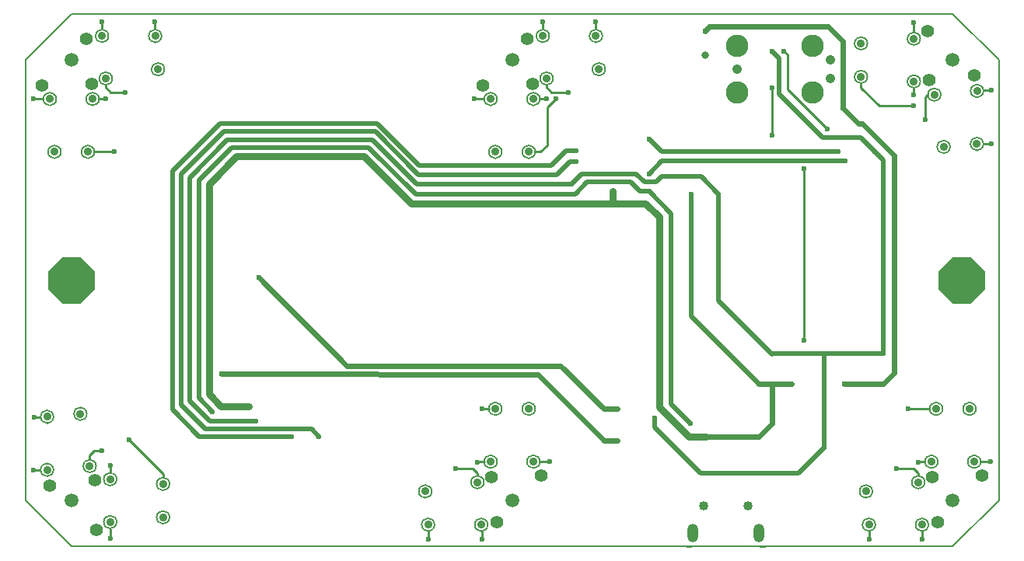
<source format=gtl>
G04*
G04 #@! TF.GenerationSoftware,Altium Limited,Altium Designer,19.0.10 (269)*
G04*
G04 Layer_Physical_Order=1*
G04 Layer_Color=255*
%FSLAX44Y44*%
%MOMM*%
G71*
G01*
G75*
%ADD12C,0.2000*%
%ADD13C,0.2000*%
%ADD14C,1.4000*%
%ADD16C,1.5000*%
%ADD17C,2.4511*%
%ADD18C,1.0668*%
%ADD19C,0.8000*%
%ADD20C,0.6000*%
%ADD21C,0.5000*%
%ADD22C,0.7500*%
%ADD23C,0.2500*%
%ADD24C,0.8800*%
%ADD25O,1.2000X2.0000*%
%ADD26C,1.0160*%
%ADD27P,5.4120X8X22.5*%
%ADD28C,0.6000*%
D12*
X922440Y60000D02*
G03*
X922440Y60000I-7000J0D01*
G01*
X925610Y23730D02*
G03*
X925610Y23730I-7000J0D01*
G01*
X979350Y70090D02*
G03*
X979350Y70090I-7000J0D01*
G01*
X983410Y23670D02*
G03*
X983410Y23670I-7000J0D01*
G01*
X993700Y92420D02*
G03*
X993700Y92420I-7000J0D01*
G01*
X998800Y150000D02*
G03*
X998800Y150000I-7000J0D01*
G01*
X1035200D02*
G03*
X1035200Y150000I-7000J0D01*
G01*
X1040300Y92420D02*
G03*
X1040300Y92420I-7000J0D01*
G01*
X1007000Y435440D02*
G03*
X1007000Y435440I-7000J0D01*
G01*
X1043270Y438610D02*
G03*
X1043270Y438610I-7000J0D01*
G01*
X996910Y492350D02*
G03*
X996910Y492350I-7000J0D01*
G01*
X1043330Y496410D02*
G03*
X1043330Y496410I-7000J0D01*
G01*
X974580Y506700D02*
G03*
X974580Y506700I-7000J0D01*
G01*
X917000Y511800D02*
G03*
X917000Y511800I-7000J0D01*
G01*
Y548200D02*
G03*
X917000Y548200I-7000J0D01*
G01*
X974580Y553300D02*
G03*
X974580Y553300I-7000J0D01*
G01*
X631560Y520000D02*
G03*
X631560Y520000I-7000J0D01*
G01*
X628390Y556270D02*
G03*
X628390Y556270I-7000J0D01*
G01*
X574650Y509910D02*
G03*
X574650Y509910I-7000J0D01*
G01*
X570590Y556330D02*
G03*
X570590Y556330I-7000J0D01*
G01*
X560300Y487580D02*
G03*
X560300Y487580I-7000J0D01*
G01*
X555200Y430000D02*
G03*
X555200Y430000I-7000J0D01*
G01*
X518800D02*
G03*
X518800Y430000I-7000J0D01*
G01*
X513700Y487580D02*
G03*
X513700Y487580I-7000J0D01*
G01*
X442440Y60000D02*
G03*
X442440Y60000I-7000J0D01*
G01*
X445610Y23730D02*
G03*
X445610Y23730I-7000J0D01*
G01*
X499350Y70090D02*
G03*
X499350Y70090I-7000J0D01*
G01*
X503410Y23670D02*
G03*
X503410Y23670I-7000J0D01*
G01*
X513700Y92420D02*
G03*
X513700Y92420I-7000J0D01*
G01*
X518800Y150000D02*
G03*
X518800Y150000I-7000J0D01*
G01*
X555200D02*
G03*
X555200Y150000I-7000J0D01*
G01*
X560300Y92420D02*
G03*
X560300Y92420I-7000J0D01*
G01*
X151560Y520000D02*
G03*
X151560Y520000I-7000J0D01*
G01*
X148390Y556270D02*
G03*
X148390Y556270I-7000J0D01*
G01*
X94650Y509910D02*
G03*
X94650Y509910I-7000J0D01*
G01*
X90590Y556330D02*
G03*
X90590Y556330I-7000J0D01*
G01*
X80300Y487580D02*
G03*
X80300Y487580I-7000J0D01*
G01*
X75200Y430000D02*
G03*
X75200Y430000I-7000J0D01*
G01*
X38800D02*
G03*
X38800Y430000I-7000J0D01*
G01*
X33700Y487580D02*
G03*
X33700Y487580I-7000J0D01*
G01*
X67000Y144560D02*
G03*
X67000Y144560I-7000J0D01*
G01*
X30730Y141390D02*
G03*
X30730Y141390I-7000J0D01*
G01*
X77090Y87650D02*
G03*
X77090Y87650I-7000J0D01*
G01*
X30670Y83590D02*
G03*
X30670Y83590I-7000J0D01*
G01*
X99420Y73300D02*
G03*
X99420Y73300I-7000J0D01*
G01*
X157000Y68200D02*
G03*
X157000Y68200I-7000J0D01*
G01*
Y31800D02*
G03*
X157000Y31800I-7000J0D01*
G01*
X99420Y26700D02*
G03*
X99420Y26700I-7000J0D01*
G01*
X50000Y0D02*
X1010000D01*
X1060000Y50000D01*
Y530000D01*
X1010000Y580000D02*
X1060000Y530000D01*
X50000Y580000D02*
X1010000D01*
X0Y50000D02*
Y530000D01*
Y50000D02*
X50000Y0D01*
X0Y530000D02*
X50000Y580000D01*
X720500Y-250D02*
X725500D01*
X800500D02*
X805750D01*
D13*
X922440Y60000D02*
D03*
X925610Y23730D02*
D03*
X979350Y70090D02*
D03*
X983410Y23670D02*
D03*
X993700Y92420D02*
D03*
X998800Y150000D02*
D03*
X1035200D02*
D03*
X1040300Y92420D02*
D03*
X1000000Y442440D02*
D03*
X1036270Y445610D02*
D03*
X989910Y499350D02*
D03*
X1036330Y503410D02*
D03*
X967580Y513700D02*
D03*
X910000Y518800D02*
D03*
Y555200D02*
D03*
X967580Y560300D02*
D03*
X617560Y520000D02*
D03*
X614390Y556270D02*
D03*
X560650Y509910D02*
D03*
X556590Y556330D02*
D03*
X546300Y487580D02*
D03*
X541200Y430000D02*
D03*
X504800D02*
D03*
X499700Y487580D02*
D03*
X442440Y60000D02*
D03*
X445610Y23730D02*
D03*
X499350Y70090D02*
D03*
X503410Y23670D02*
D03*
X513700Y92420D02*
D03*
X518800Y150000D02*
D03*
X555200D02*
D03*
X560300Y92420D02*
D03*
X137560Y520000D02*
D03*
X134390Y556270D02*
D03*
X80650Y509910D02*
D03*
X76590Y556330D02*
D03*
X66300Y487580D02*
D03*
X61200Y430000D02*
D03*
X24800D02*
D03*
X19700Y487580D02*
D03*
X60000Y137560D02*
D03*
X23730Y134390D02*
D03*
X70090Y80650D02*
D03*
X23670Y76590D02*
D03*
X92420Y66300D02*
D03*
X150000Y61200D02*
D03*
Y24800D02*
D03*
X92420Y19700D02*
D03*
D14*
X993630Y26560D02*
D03*
X1041820Y77580D02*
D03*
X987930Y75960D02*
D03*
X1033440Y513630D02*
D03*
X982420Y561820D02*
D03*
X984040Y507930D02*
D03*
X546370Y553440D02*
D03*
X498180Y502420D02*
D03*
X552070Y504040D02*
D03*
X513630Y26560D02*
D03*
X561820Y77580D02*
D03*
X507930Y75960D02*
D03*
X66370Y553440D02*
D03*
X18180Y502420D02*
D03*
X72070Y504040D02*
D03*
X26560Y66370D02*
D03*
X77580Y18180D02*
D03*
X75960Y72070D02*
D03*
D16*
X1010000Y50000D02*
D03*
Y530000D02*
D03*
X530000D02*
D03*
Y50000D02*
D03*
X50000Y530000D02*
D03*
Y50000D02*
D03*
D17*
X857550Y494600D02*
D03*
Y545400D02*
D03*
X775000D02*
D03*
Y494600D02*
D03*
D18*
X876600Y509850D02*
D03*
Y530150D02*
D03*
X775000Y520000D02*
D03*
D19*
X740000Y535029D02*
D03*
D20*
X874369Y566451D02*
X890000Y550820D01*
X744451Y566451D02*
X874369D01*
X740000Y562000D02*
X744451Y566451D01*
X907000Y461000D02*
X911000D01*
X890000Y478000D02*
X907000Y461000D01*
X799000Y177000D02*
X834000D01*
X799000Y120000D02*
X812999Y133999D01*
X741000Y120000D02*
X799000D01*
X812999Y133999D02*
Y140001D01*
X890000Y478000D02*
Y550820D01*
X946000Y189000D02*
Y426000D01*
X911000Y461000D02*
X946000Y426000D01*
X557945Y187055D02*
X630000Y115000D01*
X214100Y188000D02*
X557945Y187055D01*
X630000Y115000D02*
X645000D01*
X350000Y197000D02*
X582999Y197000D01*
X254000Y293000D02*
X350000Y197000D01*
X812999Y140001D02*
Y176999D01*
X582999Y197000D02*
X630000Y149999D01*
X934000Y177000D02*
X946000Y189000D01*
X892000Y177000D02*
X934000D01*
X892000Y177000D02*
X892000Y177000D01*
X630000Y149999D02*
X645000D01*
D21*
X679000Y387000D02*
X703000Y363000D01*
Y155390D02*
Y363000D01*
Y155390D02*
X724000Y134390D01*
X755000Y267617D02*
X812809Y209809D01*
X813000Y540000D02*
X821000Y532000D01*
Y493000D02*
Y532000D01*
Y493000D02*
X868500Y445500D01*
X909500D01*
X725000Y270000D02*
Y384000D01*
Y251000D02*
Y270000D01*
Y251000D02*
X799000Y177000D01*
X736000Y403000D02*
X755000Y384000D01*
X693030Y403000D02*
X736000D01*
X687000Y396970D02*
X693030Y403000D01*
X674030Y396970D02*
X687000D01*
X665014Y405986D02*
X674030Y396970D01*
X842001Y80001D02*
X870000Y108000D01*
X734999Y80001D02*
X842001D01*
X685000Y130000D02*
X734999Y80001D01*
X685000Y130000D02*
Y140000D01*
X160000Y409000D02*
X212000Y461000D01*
X383000D02*
X429000Y415000D01*
X212000Y461000D02*
X290000D01*
X383000D01*
X225000Y435000D02*
X362000D01*
X188997Y398997D02*
X225000Y435000D01*
X188997Y162003D02*
Y398997D01*
X220000Y443000D02*
X312000D01*
X179000Y402000D02*
X220000Y443000D01*
X179000Y159000D02*
Y402000D01*
X216000Y452000D02*
X260000D01*
X170000Y406000D02*
X216000Y452000D01*
X170000Y154000D02*
Y406000D01*
X160000Y149000D02*
Y409000D01*
X605986Y405986D02*
X665014D01*
X188997Y162003D02*
X204000Y147000D01*
X179000Y159000D02*
X201000Y137000D01*
X170000Y154000D02*
X196000Y128000D01*
X160000Y149000D02*
X189000Y120000D01*
X312000Y128000D02*
X320000Y120000D01*
X196000Y128000D02*
X312000D01*
X201000Y137000D02*
X251000D01*
X909500Y445500D02*
X925000Y430000D01*
X755000Y267617D02*
Y270000D01*
X669002Y387000D02*
X679000D01*
X659002Y397000D02*
X669002Y387000D01*
X612000Y397000D02*
X659002D01*
X599000Y384000D02*
X612000Y397000D01*
X425000Y384000D02*
X599000D01*
X595000Y395000D02*
X605986Y405986D01*
X426000Y395000D02*
X595000D01*
X362000Y435000D02*
X374000D01*
X425000Y384000D01*
X312005Y442995D02*
X378005D01*
X312000Y443000D02*
X312005Y442995D01*
X378005D02*
X426000Y395000D01*
X870000Y108000D02*
Y210000D01*
X934000D01*
X813000D02*
X870000D01*
X428000Y405000D02*
X578650D01*
X381000Y452000D02*
X428000Y405000D01*
X260000Y452000D02*
X381000D01*
X934000Y210000D02*
Y421000D01*
X925000Y430000D02*
X934000Y421000D01*
X588676Y431000D02*
X600000D01*
X572676Y415000D02*
X588676Y431000D01*
X592650Y419000D02*
X600000D01*
X578650Y405000D02*
X592650Y419000D01*
X892965Y419966D02*
X893000Y420000D01*
X692965Y419966D02*
X892965Y419966D01*
X679000Y406000D02*
X692965Y419966D01*
X693000Y430000D02*
X885000Y430000D01*
X679000Y444000D02*
X693000Y430000D01*
X755000Y270000D02*
Y384000D01*
X812809Y209809D02*
X813000Y210000D01*
X189000Y120000D02*
X290000D01*
X429000Y415000D02*
X572676D01*
D22*
X690000Y190000D02*
Y359500D01*
X675500Y374000D02*
X690000Y359500D01*
X640000Y374000D02*
X675500D01*
X722250Y120000D02*
X741000D01*
X690000Y152250D02*
X722250Y120000D01*
X690000Y152250D02*
Y190000D01*
X230000Y425000D02*
X230000D01*
X369000D01*
X420000Y374000D01*
X200000Y395000D02*
X230000Y425000D01*
X200000Y166000D02*
Y395000D01*
X213000Y153000D02*
X243000D01*
X200000Y166000D02*
X213000Y153000D01*
X420000Y374000D02*
X640000D01*
Y387002D01*
D23*
X825800Y540000D02*
X830000Y535800D01*
Y498000D02*
Y535800D01*
Y498000D02*
X873000Y455000D01*
X150000Y75410D02*
Y79000D01*
X113000Y116000D02*
X150000Y79000D01*
X813000Y448000D02*
Y500000D01*
X977000Y8000D02*
Y15947D01*
X961001Y150000D02*
X984590D01*
X1041000Y92420D02*
X1050874D01*
X919000Y8000D02*
Y15963D01*
X1050874Y92420D02*
X1050875Y92420D01*
X972000Y92000D02*
X972420Y92420D01*
X967000Y85000D02*
X972350Y79650D01*
X961000Y150000D02*
X961001Y150000D01*
X972420Y92420D02*
X979550D01*
X972350Y77696D02*
Y79650D01*
X949000Y85000D02*
X967000D01*
X1050875Y92420D02*
X1051000D01*
X93000Y495000D02*
X109000D01*
X97000Y430000D02*
X97000Y430000D01*
X75410Y430000D02*
X97000D01*
X930000Y480000D02*
X967000D01*
X910000Y500000D02*
X930000Y480000D01*
X910000Y500000D02*
Y504040D01*
X568500Y478500D02*
X578000Y488000D01*
X568500Y437500D02*
Y478500D01*
X561000Y430000D02*
X568500Y437500D01*
X848000Y225000D02*
Y412000D01*
X555410Y430000D02*
X561000D01*
X497001Y149999D02*
X504590D01*
X497000Y150000D02*
X497001Y149999D01*
X980000Y490046D02*
X982304Y492350D01*
X980000Y465000D02*
Y490046D01*
X967000Y492000D02*
X967580Y492580D01*
Y499550D01*
X1044037Y439000D02*
X1052000D01*
X1044053Y497000D02*
X1052000D01*
X967580Y561000D02*
Y570874D01*
X967580Y570875D02*
Y571000D01*
X967580Y570874D02*
X967580Y570875D01*
X469000Y85000D02*
X487000D01*
X439000Y8000D02*
Y15963D01*
X497000Y8000D02*
Y15947D01*
X492350Y77696D02*
Y79650D01*
X492420Y92420D02*
X499550D01*
X492000Y92000D02*
X492420Y92420D01*
X561000Y92420D02*
X570874D01*
X487000Y85000D02*
X492350Y79650D01*
X570875Y92420D02*
X571000D01*
X570874Y92420D02*
X570875Y92420D01*
X489125Y487580D02*
X489126Y487580D01*
X489000Y487580D02*
X489125D01*
X567650Y500350D02*
X573000Y495000D01*
X489126Y487580D02*
X499000D01*
X567580Y487580D02*
X568000Y488000D01*
X560450Y487580D02*
X567580D01*
X567650Y500350D02*
Y502304D01*
X563000Y564053D02*
Y572000D01*
X621000Y564037D02*
Y572000D01*
X573000Y495000D02*
X591000D01*
X74997Y104000D02*
X83000D01*
X83000Y104000D01*
X70090Y99093D02*
X74997Y104000D01*
X70090Y95000D02*
Y99093D01*
X93000Y80850D02*
Y88000D01*
X141000Y564037D02*
Y572000D01*
X83000Y564053D02*
Y572000D01*
X87650Y500350D02*
Y502304D01*
X80450Y487580D02*
X87580D01*
X88000Y488000D01*
X9125Y487580D02*
X19000D01*
X92420Y9125D02*
Y19000D01*
X87650Y500350D02*
X93000Y495000D01*
X9000Y487580D02*
X9125D01*
X9125Y487580D01*
X92420Y9125D02*
X92420Y9125D01*
X92420Y9000D02*
Y9125D01*
X10000Y141000D02*
X16000D01*
X9000Y83000D02*
X16000D01*
D24*
X915440Y60000D02*
D03*
X918610Y23730D02*
D03*
X972350Y70090D02*
D03*
X976410Y23670D02*
D03*
X986700Y92420D02*
D03*
X991800Y150000D02*
D03*
X1028200D02*
D03*
X1033300Y92420D02*
D03*
X1000000Y435440D02*
D03*
X1036270Y438610D02*
D03*
X989910Y492350D02*
D03*
X1036330Y496410D02*
D03*
X967580Y506700D02*
D03*
X910000Y511800D02*
D03*
Y548200D02*
D03*
X967580Y553300D02*
D03*
X624560Y520000D02*
D03*
X621390Y556270D02*
D03*
X567650Y509910D02*
D03*
X563590Y556330D02*
D03*
X553300Y487580D02*
D03*
X548200Y430000D02*
D03*
X511800D02*
D03*
X506700Y487580D02*
D03*
X435440Y60000D02*
D03*
X438610Y23730D02*
D03*
X492350Y70090D02*
D03*
X496410Y23670D02*
D03*
X506700Y92420D02*
D03*
X511800Y150000D02*
D03*
X548200D02*
D03*
X553300Y92420D02*
D03*
X144560Y520000D02*
D03*
X141390Y556270D02*
D03*
X87650Y509910D02*
D03*
X83590Y556330D02*
D03*
X73300Y487580D02*
D03*
X68200Y430000D02*
D03*
X31800D02*
D03*
X26700Y487580D02*
D03*
X60000Y144560D02*
D03*
X23730Y141390D02*
D03*
X70090Y87650D02*
D03*
X23670Y83590D02*
D03*
X92420Y73300D02*
D03*
X150000Y68200D02*
D03*
Y31800D02*
D03*
X92420Y26700D02*
D03*
D25*
X727000Y14250D02*
D03*
X799000D02*
D03*
D26*
X738750Y44250D02*
D03*
X787250D02*
D03*
D27*
X1020000Y290000D02*
D03*
X50000D02*
D03*
D28*
X724000Y134390D02*
D03*
X911000Y461000D02*
D03*
X890000Y478000D02*
D03*
X725000Y270000D02*
D03*
Y384000D02*
D03*
X630000Y115000D02*
D03*
X741000Y120000D02*
D03*
X685000Y140000D02*
D03*
X290000Y461000D02*
D03*
X230000Y425000D02*
D03*
X113000Y116000D02*
D03*
X645000Y149999D02*
D03*
X630000D02*
D03*
X645000Y115000D02*
D03*
X204000Y147000D02*
D03*
X690000Y190000D02*
D03*
X919000Y8000D02*
D03*
X949000Y85000D02*
D03*
X972000Y92000D02*
D03*
X961000Y150000D02*
D03*
X977000Y8000D02*
D03*
X1051000Y92420D02*
D03*
X870000Y108000D02*
D03*
X109000Y495000D02*
D03*
X97000Y430000D02*
D03*
X967000Y480000D02*
D03*
X320000Y120000D02*
D03*
X251000Y137000D02*
D03*
X740000Y562000D02*
D03*
X825800Y540000D02*
D03*
X813000D02*
D03*
Y500000D02*
D03*
Y448000D02*
D03*
X873000Y455000D02*
D03*
X755000Y384000D02*
D03*
X799000Y177000D02*
D03*
X243000Y153000D02*
D03*
X362000Y435000D02*
D03*
X312000Y443000D02*
D03*
X595000Y395000D02*
D03*
X934000Y177000D02*
D03*
X679000Y387000D02*
D03*
X600000Y431000D02*
D03*
Y419000D02*
D03*
X848000Y412000D02*
D03*
X893000Y420000D02*
D03*
X885000Y430000D02*
D03*
X679000Y406000D02*
D03*
Y444000D02*
D03*
X848000Y225000D02*
D03*
X578000Y488000D02*
D03*
X812999Y140001D02*
D03*
X925000Y430000D02*
D03*
X892000Y177000D02*
D03*
X834000D02*
D03*
X755000Y270000D02*
D03*
X934000Y210000D02*
D03*
X813000D02*
D03*
X1052000Y439000D02*
D03*
X967000Y492000D02*
D03*
X1052000Y497000D02*
D03*
X980000Y465000D02*
D03*
X497000Y150000D02*
D03*
X260000Y452000D02*
D03*
X290000Y120000D02*
D03*
X967580Y571000D02*
D03*
X469000Y85000D02*
D03*
X439000Y8000D02*
D03*
X492000Y92000D02*
D03*
X497000Y8000D02*
D03*
X571000Y92420D02*
D03*
X489000Y487580D02*
D03*
X563000Y572000D02*
D03*
X568000Y488000D02*
D03*
X621000Y572000D02*
D03*
X591000Y495000D02*
D03*
X640000Y387002D02*
D03*
X214100Y188000D02*
D03*
X254000Y293000D02*
D03*
X93000Y88000D02*
D03*
X141000Y572000D02*
D03*
X83000Y104000D02*
D03*
X88000Y488000D02*
D03*
X83000Y572000D02*
D03*
X9000Y487580D02*
D03*
X92420Y9000D02*
D03*
X10000Y141000D02*
D03*
X9000Y83000D02*
D03*
M02*

</source>
